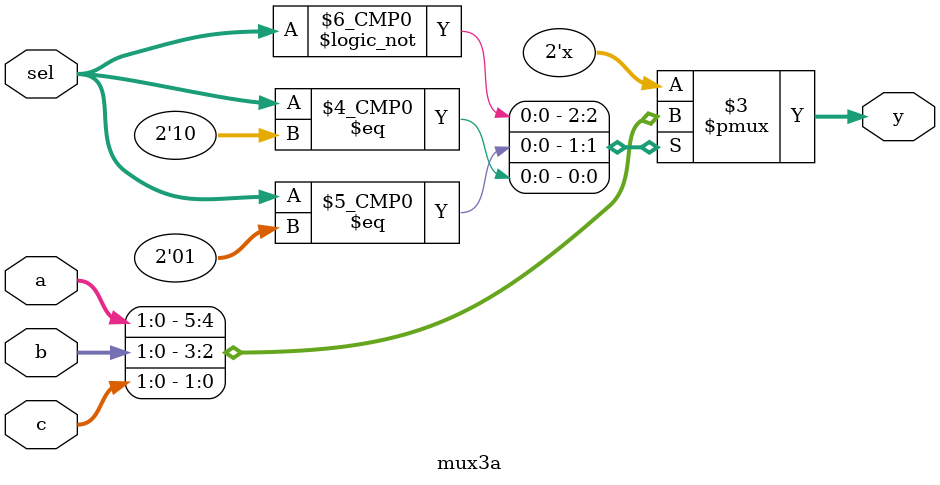
<source format=sv>
module mux3a
(
  input logic [1 : 0] a, b, c,
  input logic [1 : 0] sel,
  output logic [1 : 0] y
);

  always_comb begin
    case (sel) 
      2'b00 : y = a;
      2'b01 : y = b;
      2'b10 : y = c;
    endcase
  end
endmodule

</source>
